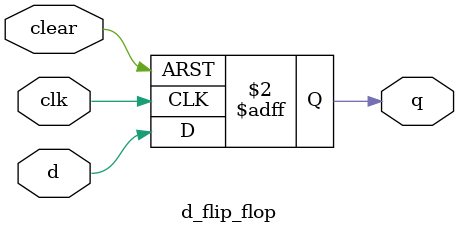
<source format=v>
/* Implementation of a D flip-flop */

module d_flip_flop
(
	input wire d, clk, 
	output reg q,
	input clear
);
		
	always @(posedge clk or posedge clear) begin
		if (clear) begin
			q <= 0;
		end
		else begin
		q = d;
		end
	end

endmodule

</source>
